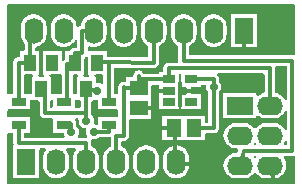
<source format=gtl>
G04 --- HEADER BEGIN --- *
%TF.GenerationSoftware,LibrePCB,LibrePCB,0.1.3*%
%TF.CreationDate,2020-05-07T14:01:11*%
%TF.ProjectId,SprigFTDI - default,c1b4763c-5183-4b8f-a850-9e664554c68f,v1*%
%TF.Part,Single*%
%FSLAX66Y66*%
%MOMM*%
G01*
G74*
G04 --- HEADER END --- *
G04 --- APERTURE LIST BEGIN --- *
%ADD10O,1.587X2.19*%
%ADD11R,1.587X2.19*%
%ADD12R,1.0X1.4*%
%ADD13R,1.5X1.3*%
%ADD14R,1.25X0.75*%
%ADD15R,1.3X1.5*%
%ADD16R,1.06X0.65*%
%ADD17O,2.19X1.587*%
%ADD18R,2.19X1.587*%
%ADD19C,0.7*%
%ADD20C,0.3*%
%ADD21C,0.0*%
G04 --- APERTURE LIST END --- *
G04 --- BOARD BEGIN --- *
D10*
X2540000Y13335000D03*
X10160000Y13335000D03*
X7620000Y13335000D03*
D11*
X20320000Y13335000D03*
D10*
X17780000Y13335000D03*
X5080000Y13335000D03*
X15240000Y13335000D03*
X12700000Y13335000D03*
D12*
X2225000Y10625000D03*
X3175000Y8425000D03*
X4125000Y10625000D03*
D13*
X11430000Y8470000D03*
X11430000Y6770000D03*
D14*
X5080000Y7325000D03*
X5080000Y5375000D03*
D15*
X16090000Y5080000D03*
X14390000Y5080000D03*
D16*
X13972500Y7305000D03*
X15872500Y7305000D03*
X13972500Y8255000D03*
X15872500Y9205000D03*
X13972500Y9205000D03*
D14*
X8890000Y7325000D03*
X8890000Y5375000D03*
D12*
X6035000Y10625000D03*
X6985000Y8425000D03*
X7935000Y10625000D03*
D17*
X20002500Y1905000D03*
D18*
X20002500Y6985000D03*
D17*
X22542500Y4445000D03*
X22542500Y1905000D03*
X22542500Y6985000D03*
X20002500Y4445000D03*
D14*
X1270000Y7325000D03*
X1270000Y5375000D03*
D10*
X14605000Y2222500D03*
X9525000Y2222500D03*
X12065000Y2222500D03*
D11*
X1905000Y2222500D03*
D10*
X6985000Y2222500D03*
X4445000Y2222500D03*
D19*
X15240000Y8255000D03*
X7620000Y4762500D03*
X5715000Y4762500D03*
X17780000Y8572500D03*
X6985000Y5715000D03*
X7937500Y8255000D03*
D20*
X2540000Y13335000D02*
X2222500Y13335000D01*
X2225000Y10625000D02*
X1270000Y10625000D01*
X1270000Y7325000D02*
X1270000Y10625000D01*
X2225000Y10625000D02*
X2222500Y13335000D01*
X13017500Y6770000D02*
X13017500Y8255000D01*
X14390000Y5080000D02*
X13017500Y5080000D01*
X14605000Y2222500D02*
X14390000Y5080000D01*
X13972500Y8255000D02*
X13970000Y8255000D01*
X14605000Y2222500D02*
X16510000Y1905000D01*
X13017500Y8255000D02*
X14287500Y8255000D01*
X11430000Y6770000D02*
X13017500Y6770000D01*
X13017500Y5080000D02*
X13017500Y6770000D01*
X14287500Y8255000D02*
X13970000Y8255000D01*
X8890000Y10636250D02*
X7935000Y10625000D01*
X8890000Y7325000D02*
X8890000Y10636250D01*
X8890000Y10636250D02*
X12700000Y10625000D01*
X12700000Y13335000D02*
X12700000Y10625000D01*
X15240000Y8255000D02*
X14922500Y8255000D01*
X15240000Y8255000D02*
X14922500Y8255000D01*
X15240000Y8255000D02*
X16192500Y8255000D01*
X14922500Y8255000D02*
X14922500Y6985000D01*
X14922500Y8255000D02*
X14922500Y8890000D01*
X8890000Y4762500D02*
X7620000Y4762500D01*
X8890000Y5375000D02*
X8890000Y4762500D01*
X5080000Y5375000D02*
X5715000Y5397500D01*
X5715000Y4762500D02*
X5715000Y5397500D01*
X6985000Y6350000D02*
X6985000Y5715000D01*
X15872500Y9205000D02*
X17780000Y9205000D01*
X17780000Y5080000D02*
X15875000Y5080000D01*
X17780000Y5080000D02*
X17780000Y8572500D01*
X6985000Y8425000D02*
X6985000Y6350000D01*
X3492500Y8425000D02*
X3492500Y6350000D01*
X3175000Y8425000D02*
X3492500Y8425000D01*
X17780000Y9205000D02*
X17780000Y9207500D01*
X17780000Y9207500D02*
X17780000Y8572500D01*
X7937500Y8255000D02*
X6985000Y8425000D01*
X3492500Y6350000D02*
X6985000Y6350000D01*
X16090000Y5080000D02*
X15875000Y5080000D01*
X20320000Y13335000D02*
X20320000Y11747500D01*
X22542500Y1905000D02*
X22860000Y635000D01*
X1270000Y3810000D02*
X6985000Y3810000D01*
X1270000Y5375000D02*
X1270000Y3810000D01*
X6985000Y2222500D02*
X6985000Y3810000D01*
X20320000Y3175000D02*
X20002500Y1905000D01*
X24447500Y10795000D02*
X24447500Y3175000D01*
X15240000Y13335000D02*
X15240000Y10795000D01*
X24447500Y3175000D02*
X20320000Y3175000D01*
X15240000Y10795000D02*
X24447500Y10795000D01*
X7620000Y13335000D02*
X6667500Y13335000D01*
X5080000Y7325000D02*
X5397500Y7325000D01*
X5397500Y7325000D02*
X5397500Y10477500D01*
X6032500Y10477500D02*
X6035000Y10625000D01*
X5397500Y10477500D02*
X6032500Y10477500D01*
X6035000Y10625000D02*
X6032500Y11430000D01*
X6667500Y13335000D02*
X6667500Y11430000D01*
X6667500Y11430000D02*
X6032500Y11430000D01*
X10160000Y8470000D02*
X10160000Y8572500D01*
X13970000Y10160000D02*
X13972500Y9205000D01*
X13337500Y9207500D02*
X11430000Y9207500D01*
X11430000Y8470000D02*
X10160000Y8470000D01*
X9525000Y2222500D02*
X9525000Y4445000D01*
X10160000Y8255000D02*
X10160000Y4445000D01*
X10160000Y4445000D02*
X9525000Y4445000D01*
X22542500Y10160000D02*
X13970000Y10160000D01*
X11430000Y9207500D02*
X11430000Y8470000D01*
X13972500Y9205000D02*
X13335000Y9205000D01*
X13335000Y9205000D02*
X13337500Y9207500D01*
X10160000Y8470000D02*
X10160000Y8255000D01*
X22542500Y6985000D02*
X22542500Y10160000D01*
X11430000Y9207500D02*
X11430000Y9525000D01*
D21*
G36*
X779327Y8019500D02*
X820000Y8100000D01*
X820000Y10621430D01*
X820508Y10628535D01*
X823562Y10649775D01*
X824580Y10664006D01*
X824580Y10681888D01*
X826595Y10695903D01*
X831633Y10713060D01*
X834666Y10727003D01*
X837210Y10744699D01*
X841200Y10758288D01*
X848627Y10774552D01*
X853612Y10787916D01*
X858650Y10805071D01*
X864534Y10817957D01*
X874195Y10832989D01*
X881034Y10845513D01*
X888465Y10861785D01*
X896119Y10873695D01*
X907828Y10887208D01*
X916378Y10898628D01*
X926046Y10913672D01*
X935314Y10924367D01*
X948828Y10936076D01*
X958923Y10946171D01*
X970632Y10959685D01*
X981327Y10968953D01*
X996371Y10978621D01*
X1007791Y10987171D01*
X1021304Y10998880D01*
X1033214Y11006534D01*
X1049486Y11013965D01*
X1062010Y11020804D01*
X1077042Y11030465D01*
X1089928Y11036349D01*
X1107083Y11041387D01*
X1120447Y11046372D01*
X1136715Y11053801D01*
X1150295Y11057788D01*
X1167998Y11060334D01*
X1181935Y11063366D01*
X1199098Y11068405D01*
X1213107Y11070419D01*
X1230988Y11070419D01*
X1245220Y11071437D01*
X1266466Y11074492D01*
X1273570Y11075000D01*
X1325000Y11075000D01*
X1384327Y11094500D01*
X1425000Y11175000D01*
X1425000Y11608987D01*
X1426566Y11613752D01*
X1448828Y11625000D01*
X1673986Y11625000D01*
X1733313Y11644500D01*
X1773986Y11725092D01*
X1773534Y12214791D01*
X1740900Y12288603D01*
X1735312Y12293697D01*
X1729104Y12300506D01*
X1613071Y12454159D01*
X1608227Y12461982D01*
X1522400Y12634346D01*
X1519078Y12642921D01*
X1466381Y12828130D01*
X1464692Y12837171D01*
X1446714Y13031194D01*
X1446500Y13035811D01*
X1446500Y13634189D01*
X1446714Y13638806D01*
X1464692Y13832828D01*
X1466381Y13841869D01*
X1519078Y14027078D01*
X1522400Y14035653D01*
X1608227Y14208017D01*
X1613071Y14215840D01*
X1729104Y14369493D01*
X1735314Y14376305D01*
X1877598Y14506012D01*
X1884951Y14511566D01*
X2048660Y14612931D01*
X2056894Y14617030D01*
X2236432Y14686584D01*
X2245300Y14689107D01*
X2434560Y14724486D01*
X2443725Y14725335D01*
X2636274Y14725335D01*
X2645439Y14724486D01*
X2834699Y14689107D01*
X2843567Y14686584D01*
X3023105Y14617030D01*
X3031339Y14612931D01*
X3195048Y14511566D01*
X3202401Y14506012D01*
X3344685Y14376305D01*
X3350895Y14369493D01*
X3466928Y14215840D01*
X3471772Y14208017D01*
X3557599Y14035653D01*
X3560921Y14027078D01*
X3613617Y13841871D01*
X3615308Y13832827D01*
X3633286Y13638805D01*
X3633500Y13634189D01*
X3633500Y13035811D01*
X3633286Y13031195D01*
X3615307Y12837172D01*
X3613617Y12828128D01*
X3560921Y12642921D01*
X3557599Y12634346D01*
X3471772Y12461982D01*
X3466928Y12454159D01*
X3350895Y12300506D01*
X3344685Y12293694D01*
X3202401Y12163987D01*
X3195048Y12158433D01*
X3031339Y12057068D01*
X3023105Y12052969D01*
X2843567Y11983415D01*
X2834699Y11980892D01*
X2755478Y11966083D01*
X2700744Y11936014D01*
X2673853Y11867694D01*
X2673985Y11724908D01*
X2693540Y11665598D01*
X2773985Y11625000D01*
X3008987Y11625000D01*
X3013752Y11623434D01*
X3025000Y11601172D01*
X3025000Y9641013D01*
X3023434Y9636248D01*
X2979904Y9614254D01*
X2935745Y9570095D01*
X2926396Y9508349D01*
X2955502Y9453097D01*
X3025000Y9425000D01*
X3325000Y9425000D01*
X3384327Y9444500D01*
X3420517Y9495395D01*
X3419455Y9557836D01*
X3356225Y9620000D01*
X3336248Y9626566D01*
X3325000Y9648828D01*
X3325000Y11608987D01*
X3326566Y11613752D01*
X3348828Y11625000D01*
X4908987Y11625000D01*
X4913752Y11623434D01*
X4925000Y11601172D01*
X4925000Y10880491D01*
X4944500Y10821164D01*
X4995395Y10784974D01*
X5057836Y10786036D01*
X5091529Y10808876D01*
X5092723Y10807498D01*
X5108827Y10821453D01*
X5123871Y10831121D01*
X5135291Y10839671D01*
X5148804Y10851380D01*
X5160716Y10859035D01*
X5176539Y10866261D01*
X5222406Y10908643D01*
X5235000Y10957225D01*
X5235000Y11608987D01*
X5236566Y11613752D01*
X5258828Y11625000D01*
X5569515Y11625000D01*
X5628842Y11644500D01*
X5653808Y11671198D01*
X5657846Y11677524D01*
X5670065Y11691714D01*
X5678415Y11702905D01*
X5688550Y11718677D01*
X5697816Y11729371D01*
X5710701Y11740536D01*
X5720991Y11750858D01*
X5732093Y11763750D01*
X5742759Y11773051D01*
X5758477Y11783221D01*
X5769640Y11791605D01*
X5783802Y11803877D01*
X5795717Y11811534D01*
X5811218Y11818613D01*
X5824003Y11825620D01*
X5838289Y11834864D01*
X5851151Y11840786D01*
X5869092Y11846115D01*
X5882160Y11851012D01*
X5899214Y11858800D01*
X5912799Y11862789D01*
X5929666Y11865214D01*
X5943903Y11868334D01*
X5960221Y11873180D01*
X5974223Y11875238D01*
X5992944Y11875296D01*
X6006868Y11876314D01*
X6028969Y11879492D01*
X6036070Y11880000D01*
X6117500Y11880000D01*
X6176827Y11899500D01*
X6217500Y11980000D01*
X6217500Y12449967D01*
X6198000Y12509294D01*
X6147105Y12545484D01*
X6084664Y12544422D01*
X6027984Y12494541D01*
X6011772Y12461982D01*
X6006928Y12454159D01*
X5890895Y12300506D01*
X5884685Y12293694D01*
X5742401Y12163987D01*
X5735048Y12158433D01*
X5571339Y12057068D01*
X5563105Y12052969D01*
X5383567Y11983415D01*
X5374699Y11980892D01*
X5185439Y11945513D01*
X5176274Y11944664D01*
X4983725Y11944664D01*
X4974560Y11945513D01*
X4785300Y11980892D01*
X4776432Y11983415D01*
X4596894Y12052969D01*
X4588660Y12057068D01*
X4424951Y12158433D01*
X4417598Y12163987D01*
X4275314Y12293694D01*
X4269104Y12300506D01*
X4153071Y12454159D01*
X4148227Y12461982D01*
X4062400Y12634346D01*
X4059078Y12642921D01*
X4006381Y12828130D01*
X4004692Y12837171D01*
X3986714Y13031194D01*
X3986500Y13035811D01*
X3986500Y13634189D01*
X3986714Y13638806D01*
X4004692Y13832828D01*
X4006381Y13841869D01*
X4059078Y14027078D01*
X4062400Y14035653D01*
X4148227Y14208017D01*
X4153071Y14215840D01*
X4269104Y14369493D01*
X4275314Y14376305D01*
X4417598Y14506012D01*
X4424951Y14511566D01*
X4588660Y14612931D01*
X4596894Y14617030D01*
X4776432Y14686584D01*
X4785300Y14689107D01*
X4974560Y14724486D01*
X4983725Y14725335D01*
X5176274Y14725335D01*
X5185439Y14724486D01*
X5374699Y14689107D01*
X5383567Y14686584D01*
X5563105Y14617030D01*
X5571339Y14612931D01*
X5735048Y14511566D01*
X5742401Y14506012D01*
X5884685Y14376305D01*
X5890895Y14369493D01*
X6006928Y14215840D01*
X6011772Y14208017D01*
X6097599Y14035653D01*
X6100921Y14027078D01*
X6153617Y13841871D01*
X6155308Y13832827D01*
X6167565Y13700551D01*
X6192456Y13643276D01*
X6246473Y13611937D01*
X6332620Y13634200D01*
X6346327Y13646076D01*
X6356423Y13656171D01*
X6368132Y13669685D01*
X6378827Y13678953D01*
X6393871Y13688621D01*
X6405291Y13697171D01*
X6418804Y13708880D01*
X6430714Y13716534D01*
X6446986Y13723965D01*
X6459510Y13730804D01*
X6474546Y13740467D01*
X6486170Y13745776D01*
X6532035Y13788161D01*
X6544199Y13827512D01*
X6544692Y13832828D01*
X6546381Y13841869D01*
X6599078Y14027078D01*
X6602400Y14035653D01*
X6688227Y14208017D01*
X6693071Y14215840D01*
X6809104Y14369493D01*
X6815314Y14376305D01*
X6957598Y14506012D01*
X6964951Y14511566D01*
X7128660Y14612931D01*
X7136894Y14617030D01*
X7316432Y14686584D01*
X7325300Y14689107D01*
X7514560Y14724486D01*
X7523725Y14725335D01*
X7716274Y14725335D01*
X7725439Y14724486D01*
X7914699Y14689107D01*
X7923567Y14686584D01*
X8103105Y14617030D01*
X8111339Y14612931D01*
X8275048Y14511566D01*
X8282401Y14506012D01*
X8424685Y14376305D01*
X8430895Y14369493D01*
X8546928Y14215840D01*
X8551772Y14208017D01*
X8637599Y14035653D01*
X8640921Y14027078D01*
X8693617Y13841871D01*
X8695308Y13832827D01*
X8713286Y13638805D01*
X8713500Y13634189D01*
X8713500Y13035811D01*
X8713286Y13031195D01*
X8695307Y12837172D01*
X8693617Y12828128D01*
X8640921Y12642921D01*
X8637599Y12634346D01*
X8551772Y12461982D01*
X8546928Y12454159D01*
X8430895Y12300506D01*
X8424685Y12293694D01*
X8282401Y12163987D01*
X8275048Y12158433D01*
X8111339Y12057068D01*
X8103105Y12052969D01*
X7923567Y11983415D01*
X7914699Y11980892D01*
X7725439Y11945513D01*
X7716274Y11944664D01*
X7523725Y11944664D01*
X7514560Y11945513D01*
X7325300Y11980892D01*
X7316432Y11983416D01*
X7253624Y12007747D01*
X7191258Y12010995D01*
X7139127Y11976610D01*
X7117500Y11914500D01*
X7117500Y11725000D01*
X7137000Y11665673D01*
X7217500Y11625000D01*
X8718987Y11625000D01*
X8723752Y11623434D01*
X8735000Y11601172D01*
X8735000Y11185640D01*
X8754500Y11126313D01*
X8836177Y11085647D01*
X8881125Y11086176D01*
X8881592Y11086148D01*
X8894421Y11086204D01*
X8894908Y11086237D01*
X10063725Y11082785D01*
X10063725Y11944664D01*
X10054560Y11945513D01*
X9865300Y11980892D01*
X9856432Y11983415D01*
X9676894Y12052969D01*
X9668660Y12057068D01*
X9504951Y12158433D01*
X9497598Y12163987D01*
X9355314Y12293694D01*
X9349104Y12300506D01*
X9233071Y12454159D01*
X9228227Y12461982D01*
X9142400Y12634346D01*
X9139078Y12642921D01*
X9086381Y12828130D01*
X9084692Y12837171D01*
X9066714Y13031194D01*
X9066500Y13035811D01*
X9066500Y13634189D01*
X9066714Y13638806D01*
X9084692Y13832828D01*
X9086381Y13841869D01*
X9139078Y14027078D01*
X9142400Y14035653D01*
X9228227Y14208017D01*
X9233071Y14215840D01*
X9349104Y14369493D01*
X9355314Y14376305D01*
X9497598Y14506012D01*
X9504951Y14511566D01*
X9668660Y14612931D01*
X9676894Y14617030D01*
X9856432Y14686584D01*
X9865300Y14689107D01*
X10054560Y14724486D01*
X10063725Y14725335D01*
X10256274Y14725335D01*
X10265439Y14724486D01*
X10454699Y14689107D01*
X10463567Y14686584D01*
X10643105Y14617030D01*
X10651339Y14612931D01*
X10815048Y14511566D01*
X10822401Y14506012D01*
X10964685Y14376305D01*
X10970895Y14369493D01*
X11086928Y14215840D01*
X11091772Y14208017D01*
X11177599Y14035653D01*
X11180921Y14027078D01*
X11233617Y13841871D01*
X11235308Y13832827D01*
X11253286Y13638805D01*
X11253500Y13634189D01*
X11253500Y13035811D01*
X11253286Y13031195D01*
X11235307Y12837172D01*
X11233617Y12828128D01*
X11180921Y12642921D01*
X11177599Y12634346D01*
X11091772Y12461982D01*
X11086928Y12454159D01*
X10970895Y12300506D01*
X10964685Y12293694D01*
X10822401Y12163987D01*
X10815048Y12158433D01*
X10651339Y12057068D01*
X10643105Y12052969D01*
X10463567Y11983415D01*
X10454699Y11980892D01*
X10265439Y11945513D01*
X10256274Y11944664D01*
X10063725Y11944664D01*
X10063725Y11082785D01*
X12149705Y11076627D01*
X12209090Y11095952D01*
X12250000Y11176627D01*
X12250000Y11975771D01*
X12230500Y12035098D01*
X12202644Y12060792D01*
X12044958Y12158428D01*
X12037598Y12163987D01*
X11895314Y12293694D01*
X11889104Y12300506D01*
X11773071Y12454159D01*
X11768227Y12461982D01*
X11682400Y12634346D01*
X11679078Y12642921D01*
X11626381Y12828130D01*
X11624692Y12837171D01*
X11606714Y13031194D01*
X11606500Y13035811D01*
X11606500Y13634189D01*
X11606714Y13638806D01*
X11624692Y13832828D01*
X11626381Y13841869D01*
X11679078Y14027078D01*
X11682400Y14035653D01*
X11768227Y14208017D01*
X11773071Y14215840D01*
X11889104Y14369493D01*
X11895314Y14376305D01*
X12037598Y14506012D01*
X12044951Y14511566D01*
X12208660Y14612931D01*
X12216894Y14617030D01*
X12396432Y14686584D01*
X12405300Y14689107D01*
X12594560Y14724486D01*
X12603725Y14725335D01*
X12796274Y14725335D01*
X12805439Y14724486D01*
X12994699Y14689107D01*
X13003567Y14686584D01*
X13183105Y14617030D01*
X13191339Y14612931D01*
X13355048Y14511566D01*
X13362401Y14506012D01*
X13504685Y14376305D01*
X13510895Y14369493D01*
X13626928Y14215840D01*
X13631772Y14208017D01*
X13717599Y14035653D01*
X13720921Y14027078D01*
X13773617Y13841871D01*
X13775308Y13832827D01*
X13793286Y13638805D01*
X13793500Y13634189D01*
X13793500Y13035811D01*
X13793286Y13031195D01*
X13775307Y12837172D01*
X13773617Y12828128D01*
X13720921Y12642921D01*
X13717599Y12634346D01*
X13631772Y12461982D01*
X13626928Y12454159D01*
X13510895Y12300506D01*
X13504685Y12293694D01*
X13362401Y12163987D01*
X13355044Y12158430D01*
X13197357Y12060794D01*
X13157181Y12012982D01*
X13150000Y11975772D01*
X13150000Y10628570D01*
X13149492Y10621468D01*
X13146321Y10599415D01*
X13145303Y10585476D01*
X13145248Y10566792D01*
X13143191Y10552785D01*
X13138336Y10536428D01*
X13135219Y10522202D01*
X13132789Y10505300D01*
X13128801Y10491717D01*
X13121031Y10474703D01*
X13116129Y10461619D01*
X13110812Y10443707D01*
X13104894Y10430849D01*
X13095628Y10416523D01*
X13088631Y10403755D01*
X13081533Y10388212D01*
X13073882Y10376308D01*
X13061636Y10362175D01*
X13053246Y10351001D01*
X13043102Y10335319D01*
X13033793Y10324640D01*
X13020867Y10313506D01*
X13010557Y10303227D01*
X12999368Y10290314D01*
X12988670Y10281045D01*
X12972942Y10270937D01*
X12961742Y10262579D01*
X12947587Y10250386D01*
X12935654Y10242767D01*
X12920107Y10235723D01*
X12907314Y10228762D01*
X12892950Y10219530D01*
X12880074Y10213650D01*
X12862134Y10208382D01*
X12849036Y10203519D01*
X12832015Y10195807D01*
X12818414Y10191856D01*
X12801514Y10189477D01*
X12787286Y10186404D01*
X12770904Y10181594D01*
X12756892Y10179580D01*
X12738198Y10179580D01*
X12724259Y10178604D01*
X12702206Y10175500D01*
X12695100Y10175013D01*
X9440295Y10184623D01*
X9380910Y10165298D01*
X9340000Y10084623D01*
X9340000Y8100000D01*
X9359500Y8040673D01*
X9440000Y8000000D01*
X9610000Y8000000D01*
X9669327Y8019500D01*
X9710000Y8100000D01*
X9710000Y8568930D01*
X9710508Y8576035D01*
X9727210Y8692200D01*
X9731199Y8705785D01*
X9778463Y8809281D01*
X9786119Y8821194D01*
X9860627Y8907181D01*
X9871331Y8916455D01*
X9967046Y8977967D01*
X9979925Y8983849D01*
X10089093Y9015903D01*
X10103111Y9017919D01*
X10216888Y9017919D01*
X10230903Y9015904D01*
X10251826Y9009760D01*
X10314244Y9011755D01*
X10363307Y9050392D01*
X10380000Y9105709D01*
X10380000Y9403987D01*
X10381566Y9408752D01*
X10403828Y9420000D01*
X10880000Y9420000D01*
X10939327Y9439500D01*
X10978950Y9517922D01*
X10979745Y9517865D01*
X10979881Y9519764D01*
X10980000Y9520000D01*
X10980000Y9521430D01*
X10980508Y9528535D01*
X10997210Y9644700D01*
X11001199Y9658285D01*
X11048463Y9761781D01*
X11056119Y9773694D01*
X11130627Y9859681D01*
X11141331Y9868955D01*
X11237046Y9930467D01*
X11249925Y9936349D01*
X11359093Y9968403D01*
X11373111Y9970419D01*
X11486888Y9970419D01*
X11500906Y9968403D01*
X11610074Y9936349D01*
X11622953Y9930467D01*
X11718668Y9868955D01*
X11729372Y9859681D01*
X11803880Y9773694D01*
X11811536Y9761781D01*
X11832461Y9715960D01*
X11874844Y9670094D01*
X11923425Y9657500D01*
X13042500Y9657500D01*
X13101827Y9677000D01*
X13142500Y9757500D01*
X13142500Y9813987D01*
X13144066Y9818752D01*
X13166328Y9830000D01*
X13420600Y9830000D01*
X13479927Y9849500D01*
X13520600Y9930262D01*
X13520011Y10155257D01*
X13520500Y10162353D01*
X13523599Y10184313D01*
X13524580Y10198285D01*
X13524580Y10216888D01*
X13526595Y10230904D01*
X13531432Y10247377D01*
X13534501Y10261574D01*
X13536899Y10278563D01*
X13540853Y10292162D01*
X13548529Y10309088D01*
X13553406Y10322216D01*
X13558649Y10340071D01*
X13564531Y10352951D01*
X13573815Y10367397D01*
X13580761Y10380158D01*
X13587848Y10395784D01*
X13595469Y10407713D01*
X13607607Y10421795D01*
X13615984Y10433016D01*
X13626045Y10448670D01*
X13635316Y10459370D01*
X13648294Y10470615D01*
X13658554Y10480902D01*
X13669753Y10493895D01*
X13680430Y10503197D01*
X13696042Y10513287D01*
X13707246Y10521697D01*
X13721306Y10533880D01*
X13733215Y10541534D01*
X13748831Y10548665D01*
X13761576Y10555646D01*
X13775986Y10564960D01*
X13788847Y10570874D01*
X13806676Y10576160D01*
X13819792Y10581071D01*
X13836719Y10588801D01*
X13850299Y10592789D01*
X13867296Y10595233D01*
X13881484Y10598339D01*
X13897937Y10603217D01*
X13911942Y10605268D01*
X13930539Y10605317D01*
X13944505Y10606335D01*
X13966462Y10609492D01*
X13973570Y10610000D01*
X14697594Y10610000D01*
X14756921Y10629500D01*
X14793111Y10680395D01*
X14796576Y10724235D01*
X14794580Y10738114D01*
X14794580Y10755994D01*
X14793562Y10770225D01*
X14790508Y10791465D01*
X14790000Y10798567D01*
X14790000Y11975771D01*
X14770500Y12035098D01*
X14742644Y12060792D01*
X14584958Y12158428D01*
X14577598Y12163987D01*
X14435314Y12293694D01*
X14429104Y12300506D01*
X14313071Y12454159D01*
X14308227Y12461982D01*
X14222400Y12634346D01*
X14219078Y12642921D01*
X14166381Y12828130D01*
X14164692Y12837171D01*
X14146714Y13031194D01*
X14146500Y13035811D01*
X14146500Y13634189D01*
X14146714Y13638806D01*
X14164692Y13832828D01*
X14166381Y13841869D01*
X14219078Y14027078D01*
X14222400Y14035653D01*
X14308227Y14208017D01*
X14313071Y14215840D01*
X14429104Y14369493D01*
X14435314Y14376305D01*
X14577598Y14506012D01*
X14584951Y14511566D01*
X14748660Y14612931D01*
X14756894Y14617030D01*
X14936432Y14686584D01*
X14945300Y14689107D01*
X15134560Y14724486D01*
X15143725Y14725335D01*
X15336274Y14725335D01*
X15345439Y14724486D01*
X15534699Y14689107D01*
X15543567Y14686584D01*
X15723105Y14617030D01*
X15731339Y14612931D01*
X15895048Y14511566D01*
X15902401Y14506012D01*
X16044685Y14376305D01*
X16050895Y14369493D01*
X16166928Y14215840D01*
X16171772Y14208017D01*
X16257599Y14035653D01*
X16260921Y14027078D01*
X16313617Y13841871D01*
X16315308Y13832827D01*
X16333286Y13638805D01*
X16333500Y13634189D01*
X16333500Y13035811D01*
X16333286Y13031195D01*
X16315307Y12837172D01*
X16313617Y12828128D01*
X16260921Y12642921D01*
X16257599Y12634346D01*
X16171772Y12461982D01*
X16166928Y12454159D01*
X16050895Y12300506D01*
X16044685Y12293694D01*
X15902401Y12163987D01*
X15895044Y12158430D01*
X15737357Y12060794D01*
X15697181Y12012982D01*
X15690000Y11975772D01*
X15690000Y11345000D01*
X15709500Y11285673D01*
X15790000Y11245000D01*
X17683725Y11245000D01*
X17683725Y11944664D01*
X17674560Y11945513D01*
X17485300Y11980892D01*
X17476432Y11983415D01*
X17296894Y12052969D01*
X17288660Y12057068D01*
X17124951Y12158433D01*
X17117598Y12163987D01*
X16975314Y12293694D01*
X16969104Y12300506D01*
X16853071Y12454159D01*
X16848227Y12461982D01*
X16762400Y12634346D01*
X16759078Y12642921D01*
X16706381Y12828130D01*
X16704692Y12837171D01*
X16686714Y13031194D01*
X16686500Y13035811D01*
X16686500Y13634189D01*
X16686714Y13638806D01*
X16704692Y13832828D01*
X16706381Y13841869D01*
X16759078Y14027078D01*
X16762400Y14035653D01*
X16848227Y14208017D01*
X16853071Y14215840D01*
X16969104Y14369493D01*
X16975314Y14376305D01*
X17117598Y14506012D01*
X17124951Y14511566D01*
X17288660Y14612931D01*
X17296894Y14617030D01*
X17476432Y14686584D01*
X17485300Y14689107D01*
X17674560Y14724486D01*
X17683725Y14725335D01*
X17876274Y14725335D01*
X17885439Y14724486D01*
X18074699Y14689107D01*
X18083567Y14686584D01*
X18263105Y14617030D01*
X18271339Y14612931D01*
X18435048Y14511566D01*
X18442401Y14506012D01*
X18584685Y14376305D01*
X18590895Y14369493D01*
X18706928Y14215840D01*
X18711772Y14208017D01*
X18797599Y14035653D01*
X18800921Y14027078D01*
X18853617Y13841871D01*
X18855308Y13832827D01*
X18873286Y13638805D01*
X18873500Y13634189D01*
X18873500Y13035811D01*
X18873286Y13031195D01*
X18855307Y12837172D01*
X18853617Y12828128D01*
X18800921Y12642921D01*
X18797599Y12634346D01*
X18711772Y12461982D01*
X18706928Y12454159D01*
X18590895Y12300506D01*
X18584685Y12293694D01*
X18442401Y12163987D01*
X18435048Y12158433D01*
X18271339Y12057068D01*
X18263105Y12052969D01*
X18083567Y11983415D01*
X18074699Y11980892D01*
X17885439Y11945513D01*
X17876274Y11944664D01*
X17683725Y11944664D01*
X17683725Y11245000D01*
X19242513Y11245000D01*
X19242513Y11940000D01*
X19237748Y11941566D01*
X19226500Y11963828D01*
X19226500Y14713987D01*
X19228066Y14718752D01*
X19250328Y14730000D01*
X21397487Y14730000D01*
X21402252Y14728434D01*
X21413500Y14706172D01*
X21413500Y11956013D01*
X21411934Y11951248D01*
X21389672Y11940000D01*
X19242513Y11940000D01*
X19242513Y11245000D01*
X24443930Y11245000D01*
X24451034Y11244492D01*
X24472280Y11241437D01*
X24486512Y11240419D01*
X24504392Y11240419D01*
X24518401Y11238405D01*
X24535564Y11233366D01*
X24549501Y11230334D01*
X24567200Y11227789D01*
X24571828Y11226430D01*
X24634246Y11228427D01*
X24683308Y11267065D01*
X24700000Y11322380D01*
X24700000Y15475000D01*
X24680500Y15534327D01*
X24600000Y15575000D01*
X400000Y15575000D01*
X340673Y15555500D01*
X300000Y15475000D01*
X300000Y8100000D01*
X319500Y8040673D01*
X400000Y8000000D01*
X720000Y8000000D01*
X779327Y8019500D01*
G37*
G36*
X7194327Y9444500D02*
X7230517Y9495395D01*
X7229455Y9557836D01*
X7166225Y9620000D01*
X7146248Y9626566D01*
X7135000Y9648828D01*
X7135000Y11022033D01*
X7115500Y11081360D01*
X7064605Y11117550D01*
X7002164Y11116488D01*
X6969512Y11097606D01*
X6956172Y11086046D01*
X6941128Y11076378D01*
X6929708Y11067828D01*
X6916195Y11056119D01*
X6904284Y11048464D01*
X6893458Y11043520D01*
X6847593Y11001136D01*
X6835000Y10952557D01*
X6835000Y9641013D01*
X6833434Y9636248D01*
X6789904Y9614254D01*
X6745745Y9570095D01*
X6736396Y9508349D01*
X6765502Y9453097D01*
X6835000Y9425000D01*
X7135000Y9425000D01*
X7194327Y9444500D01*
G37*
G36*
X23975142Y7478806D02*
X23997500Y7541827D01*
X23997500Y10245000D01*
X23978000Y10304327D01*
X23897500Y10345000D01*
X23084906Y10345000D01*
X23025579Y10325500D01*
X22989389Y10274605D01*
X22985924Y10230771D01*
X22987919Y10216893D01*
X22987919Y10199012D01*
X22988937Y10184780D01*
X22991992Y10163534D01*
X22992500Y10156430D01*
X22992500Y8150316D01*
X23012000Y8090989D01*
X23065133Y8054134D01*
X23234568Y8005925D01*
X23243153Y8002599D01*
X23415517Y7916772D01*
X23423340Y7911928D01*
X23576993Y7795895D01*
X23583805Y7789685D01*
X23713512Y7647401D01*
X23719066Y7640048D01*
X23812478Y7489183D01*
X23860290Y7449008D01*
X23922613Y7445032D01*
X23975142Y7478806D01*
G37*
G36*
X24659327Y319500D02*
X24700000Y400000D01*
X24700000Y2647619D01*
X24680500Y2706946D01*
X24629605Y2743136D01*
X24571833Y2743570D01*
X24567202Y2742211D01*
X24549503Y2739666D01*
X24535560Y2736633D01*
X24518403Y2731595D01*
X24504388Y2729580D01*
X24486506Y2729580D01*
X24472275Y2728562D01*
X24451035Y2725508D01*
X24443930Y2725000D01*
X23795327Y2725000D01*
X23736000Y2705500D01*
X23699810Y2654605D01*
X23715529Y2564732D01*
X23719061Y2560055D01*
X23820431Y2396339D01*
X23824530Y2388105D01*
X23894084Y2208567D01*
X23896607Y2199699D01*
X23931986Y2010439D01*
X23932835Y2001274D01*
X23932835Y1808725D01*
X23931986Y1799560D01*
X23896607Y1610300D01*
X23894084Y1601432D01*
X23824530Y1421894D01*
X23820431Y1413660D01*
X23719066Y1249951D01*
X23713512Y1242598D01*
X23583805Y1100314D01*
X23576993Y1094104D01*
X23423340Y978071D01*
X23415517Y973227D01*
X23243153Y887400D01*
X23234578Y884078D01*
X23049369Y831381D01*
X23040328Y829692D01*
X22846306Y811714D01*
X22841689Y811500D01*
X22243311Y811500D01*
X22238694Y811714D01*
X22044671Y829692D01*
X22035630Y831381D01*
X21850421Y884078D01*
X21841846Y887400D01*
X21669482Y973227D01*
X21661659Y978071D01*
X21508006Y1094104D01*
X21501194Y1100314D01*
X21371487Y1242598D01*
X21365930Y1249956D01*
X21357520Y1263538D01*
X21309708Y1303714D01*
X21247385Y1307689D01*
X21187477Y1263536D01*
X21179065Y1249950D01*
X21173516Y1242602D01*
X21043805Y1100314D01*
X21036993Y1094104D01*
X20883340Y978071D01*
X20875517Y973227D01*
X20703153Y887400D01*
X20694578Y884078D01*
X20509369Y831381D01*
X20500328Y829692D01*
X20306306Y811714D01*
X20301689Y811500D01*
X19703311Y811500D01*
X19698694Y811714D01*
X19504671Y829692D01*
X19495630Y831381D01*
X19310421Y884078D01*
X19301846Y887400D01*
X19129482Y973227D01*
X19121659Y978071D01*
X18968006Y1094104D01*
X18961194Y1100314D01*
X18831487Y1242598D01*
X18825933Y1249951D01*
X18724568Y1413660D01*
X18720469Y1421894D01*
X18650915Y1601432D01*
X18648392Y1610300D01*
X18613013Y1799560D01*
X18612164Y1808725D01*
X18612164Y2001274D01*
X18613013Y2010439D01*
X18648392Y2199699D01*
X18650915Y2208567D01*
X18720469Y2388105D01*
X18724568Y2396339D01*
X18825933Y2560048D01*
X18831487Y2567401D01*
X18961194Y2709685D01*
X18968006Y2715895D01*
X19121659Y2831928D01*
X19129482Y2836772D01*
X19301846Y2922599D01*
X19310421Y2925921D01*
X19495628Y2978617D01*
X19504672Y2980307D01*
X19698695Y2998286D01*
X19703311Y2998500D01*
X19733949Y2998500D01*
X19793276Y3018000D01*
X19830963Y3074246D01*
X19869213Y3227246D01*
X19864684Y3289532D01*
X19824086Y3336985D01*
X19772199Y3351500D01*
X19703311Y3351500D01*
X19698694Y3351714D01*
X19504671Y3369692D01*
X19495630Y3371381D01*
X19310421Y3424078D01*
X19301846Y3427400D01*
X19129482Y3513227D01*
X19121659Y3518071D01*
X18968006Y3634104D01*
X18961194Y3640314D01*
X18831487Y3782598D01*
X18825933Y3789951D01*
X18724568Y3953660D01*
X18720469Y3961894D01*
X18650915Y4141432D01*
X18648392Y4150300D01*
X18613013Y4339560D01*
X18612164Y4348725D01*
X18612164Y4541274D01*
X18613013Y4550439D01*
X18648392Y4739699D01*
X18650915Y4748567D01*
X18720469Y4928105D01*
X18724568Y4936339D01*
X18825933Y5100048D01*
X18831487Y5107401D01*
X18961194Y5249685D01*
X18968006Y5255895D01*
X19121659Y5371928D01*
X19129482Y5376772D01*
X19301846Y5462599D01*
X19310421Y5465921D01*
X19495628Y5518617D01*
X19504672Y5520307D01*
X19698695Y5538286D01*
X19703311Y5538500D01*
X20301689Y5538500D01*
X20306305Y5538286D01*
X20500327Y5520308D01*
X20509371Y5518617D01*
X20694578Y5465921D01*
X20703153Y5462599D01*
X20875517Y5376772D01*
X20883340Y5371928D01*
X21036993Y5255895D01*
X21043805Y5249685D01*
X21173516Y5107397D01*
X21179065Y5100049D01*
X21187477Y5086463D01*
X21235287Y5046286D01*
X21297610Y5042309D01*
X21357520Y5086461D01*
X21365930Y5100043D01*
X21371487Y5107401D01*
X21501194Y5249685D01*
X21508006Y5255895D01*
X21661659Y5371928D01*
X21669482Y5376772D01*
X21841846Y5462599D01*
X21850421Y5465921D01*
X22035628Y5518617D01*
X22044672Y5520307D01*
X22238695Y5538286D01*
X22243311Y5538500D01*
X22841689Y5538500D01*
X22846305Y5538286D01*
X23040327Y5520308D01*
X23049371Y5518617D01*
X23234578Y5465921D01*
X23243153Y5462599D01*
X23415517Y5376772D01*
X23423340Y5371928D01*
X23576993Y5255895D01*
X23583805Y5249685D01*
X23713512Y5107401D01*
X23719066Y5100048D01*
X23812478Y4949183D01*
X23860290Y4909008D01*
X23922613Y4905032D01*
X23975142Y4938806D01*
X23997500Y5001827D01*
X23997500Y6428172D01*
X23978000Y6487499D01*
X23927105Y6523689D01*
X23864664Y6522627D01*
X23812478Y6480816D01*
X23719066Y6329951D01*
X23713512Y6322598D01*
X23583805Y6180314D01*
X23576993Y6174104D01*
X23423340Y6058071D01*
X23415517Y6053227D01*
X23243153Y5967400D01*
X23234578Y5964078D01*
X23049369Y5911381D01*
X23040328Y5909692D01*
X22846306Y5891714D01*
X22841689Y5891500D01*
X22243311Y5891500D01*
X22238694Y5891714D01*
X22044671Y5909692D01*
X22035630Y5911381D01*
X21850421Y5964078D01*
X21841846Y5967400D01*
X21669482Y6053227D01*
X21661665Y6058067D01*
X21557764Y6136530D01*
X21498668Y6156721D01*
X21439117Y6137915D01*
X21397500Y6056728D01*
X21397500Y5907513D01*
X21395934Y5902748D01*
X21373672Y5891500D01*
X18623513Y5891500D01*
X18618748Y5893066D01*
X18607500Y5915328D01*
X18607500Y8062487D01*
X18609066Y8067252D01*
X18631328Y8078500D01*
X21381487Y8078500D01*
X21386252Y8076934D01*
X21397500Y8054672D01*
X21397500Y7913271D01*
X21417000Y7853944D01*
X21467895Y7817754D01*
X21557764Y7833469D01*
X21661665Y7911932D01*
X21669482Y7916772D01*
X21841846Y8002599D01*
X21850431Y8005925D01*
X22019867Y8054134D01*
X22071593Y8089125D01*
X22092500Y8150316D01*
X22092500Y9610000D01*
X22073000Y9669327D01*
X21992500Y9710000D01*
X18152925Y9710000D01*
X18093598Y9690500D01*
X18057408Y9639605D01*
X18058470Y9577164D01*
X18077350Y9544514D01*
X18099774Y9518635D01*
X18109863Y9508546D01*
X18114682Y9504370D01*
X18123954Y9493670D01*
X18127397Y9488312D01*
X18135948Y9476889D01*
X18153878Y9456196D01*
X18161535Y9444281D01*
X18172907Y9419380D01*
X18179746Y9406855D01*
X18185469Y9397950D01*
X18191348Y9385076D01*
X18194330Y9374922D01*
X18199315Y9361556D01*
X18208800Y9340786D01*
X18212789Y9327200D01*
X18216038Y9304601D01*
X18219071Y9290657D01*
X18223404Y9275901D01*
X18225419Y9261888D01*
X18225419Y9246512D01*
X18226437Y9232280D01*
X18229492Y9211034D01*
X18230000Y9203930D01*
X18230000Y9080900D01*
X18260124Y9013958D01*
X18257992Y9012069D01*
X18269966Y8998553D01*
X18352111Y8879546D01*
X18357689Y8868919D01*
X18408970Y8733703D01*
X18411840Y8722057D01*
X18429271Y8578504D01*
X18429271Y8566496D01*
X18411840Y8422942D01*
X18408970Y8411296D01*
X18357689Y8276080D01*
X18352111Y8265453D01*
X18269966Y8146446D01*
X18257992Y8132930D01*
X18260124Y8131041D01*
X18230000Y8064099D01*
X18230000Y5083570D01*
X18229492Y5076466D01*
X18226437Y5055220D01*
X18225419Y5040988D01*
X18225419Y5023107D01*
X18223405Y5009098D01*
X18218366Y4991935D01*
X18215334Y4977998D01*
X18212788Y4960295D01*
X18208801Y4946715D01*
X18201372Y4930447D01*
X18196387Y4917083D01*
X18191349Y4899928D01*
X18185465Y4887042D01*
X18175804Y4872010D01*
X18168965Y4859486D01*
X18161534Y4843214D01*
X18153880Y4831304D01*
X18142171Y4817791D01*
X18133621Y4806371D01*
X18123953Y4791327D01*
X18114685Y4780632D01*
X18101171Y4768923D01*
X18091076Y4758828D01*
X18079367Y4745314D01*
X18068672Y4736046D01*
X18053628Y4726378D01*
X18042208Y4717828D01*
X18028695Y4706119D01*
X18016785Y4698465D01*
X18000513Y4691034D01*
X17987989Y4684195D01*
X17972957Y4674534D01*
X17960071Y4668650D01*
X17942916Y4663612D01*
X17929552Y4658627D01*
X17913288Y4651200D01*
X17899699Y4647210D01*
X17882003Y4644666D01*
X17868060Y4641633D01*
X17850903Y4636595D01*
X17836888Y4634580D01*
X17819006Y4634580D01*
X17804775Y4633562D01*
X17783535Y4630508D01*
X17776430Y4630000D01*
X17140000Y4630000D01*
X17080673Y4610500D01*
X17040000Y4530000D01*
X17040000Y4046013D01*
X17038434Y4041248D01*
X17016172Y4030000D01*
X13456013Y4030000D01*
X13451248Y4031566D01*
X13440000Y4053828D01*
X13440000Y6113987D01*
X13441566Y6118752D01*
X13463828Y6130000D01*
X17023987Y6130000D01*
X17028752Y6128434D01*
X17040000Y6106172D01*
X17040000Y5630000D01*
X17059500Y5570673D01*
X17140000Y5530000D01*
X17230000Y5530000D01*
X17289327Y5549500D01*
X17330000Y5630000D01*
X17330000Y8064099D01*
X17299870Y8131037D01*
X17302007Y8132930D01*
X17290033Y8146446D01*
X17207888Y8265453D01*
X17202310Y8276080D01*
X17151031Y8411290D01*
X17148158Y8422949D01*
X17130729Y8566496D01*
X17130729Y8578504D01*
X17138553Y8642947D01*
X17126346Y8704193D01*
X17080183Y8746253D01*
X17039282Y8755000D01*
X16802500Y8755000D01*
X16743173Y8735500D01*
X16702500Y8655000D01*
X16702500Y8596013D01*
X16700934Y8591248D01*
X16678672Y8580000D01*
X15951726Y8580000D01*
X15892399Y8560500D01*
X15856209Y8509605D01*
X15858224Y8444541D01*
X15868968Y8416210D01*
X15871840Y8404557D01*
X15889271Y8261004D01*
X15889271Y8248996D01*
X15871840Y8105442D01*
X15868969Y8093793D01*
X15858224Y8065460D01*
X15855419Y8003073D01*
X15890174Y7951188D01*
X15951726Y7930000D01*
X16686487Y7930000D01*
X16691252Y7928434D01*
X16702500Y7906172D01*
X16702500Y6696013D01*
X16700934Y6691248D01*
X16678672Y6680000D01*
X15058513Y6680000D01*
X15053748Y6681566D01*
X15042500Y6703828D01*
X15042500Y7569470D01*
X15023000Y7628797D01*
X14988973Y7658015D01*
X14948973Y7679009D01*
X14887379Y7689314D01*
X14831682Y7661068D01*
X14802500Y7590464D01*
X14802500Y6696013D01*
X14800934Y6691248D01*
X14778672Y6680000D01*
X13158513Y6680000D01*
X13153748Y6681566D01*
X13142500Y6703828D01*
X13142500Y8657500D01*
X13123000Y8716827D01*
X13042500Y8757500D01*
X12580000Y8757500D01*
X12520673Y8738000D01*
X12480000Y8657500D01*
X12480000Y5836013D01*
X12478434Y5831248D01*
X12456172Y5820000D01*
X10710000Y5820000D01*
X10650673Y5800500D01*
X10610000Y5720000D01*
X10610000Y4448570D01*
X10609492Y4441466D01*
X10606437Y4420220D01*
X10605419Y4405988D01*
X10605419Y4388107D01*
X10603405Y4374098D01*
X10598366Y4356935D01*
X10595334Y4342998D01*
X10592788Y4325295D01*
X10588801Y4311715D01*
X10581372Y4295447D01*
X10576387Y4282083D01*
X10571349Y4264928D01*
X10565465Y4252042D01*
X10555804Y4237010D01*
X10548965Y4224486D01*
X10541534Y4208214D01*
X10533880Y4196304D01*
X10522171Y4182791D01*
X10513621Y4171371D01*
X10503953Y4156327D01*
X10494685Y4145632D01*
X10481171Y4133923D01*
X10471076Y4123828D01*
X10459367Y4110314D01*
X10448672Y4101046D01*
X10433628Y4091378D01*
X10422208Y4082828D01*
X10408695Y4071119D01*
X10396785Y4063465D01*
X10380513Y4056034D01*
X10367989Y4049195D01*
X10352957Y4039534D01*
X10340071Y4033650D01*
X10322916Y4028612D01*
X10309552Y4023627D01*
X10293288Y4016200D01*
X10279699Y4012210D01*
X10262003Y4009666D01*
X10248060Y4006633D01*
X10230903Y4001595D01*
X10216888Y3999580D01*
X10199006Y3999580D01*
X10184775Y3998562D01*
X10163535Y3995508D01*
X10156430Y3995000D01*
X10075000Y3995000D01*
X10015673Y3975500D01*
X9975000Y3895000D01*
X9975000Y3581727D01*
X9994500Y3522400D01*
X10022357Y3496705D01*
X10180044Y3399069D01*
X10187401Y3393512D01*
X10329685Y3263805D01*
X10335895Y3256993D01*
X10451928Y3103340D01*
X10456772Y3095517D01*
X10542599Y2923153D01*
X10545921Y2914578D01*
X10598617Y2729371D01*
X10600308Y2720327D01*
X10618286Y2526305D01*
X10618500Y2521689D01*
X10618500Y1923311D01*
X10618286Y1918695D01*
X10600307Y1724672D01*
X10598617Y1715628D01*
X10545921Y1530421D01*
X10542599Y1521846D01*
X10456772Y1349482D01*
X10451928Y1341659D01*
X10335895Y1188006D01*
X10329685Y1181194D01*
X10187401Y1051487D01*
X10180048Y1045933D01*
X10016339Y944568D01*
X10008105Y940469D01*
X9828567Y870915D01*
X9819699Y868392D01*
X9630439Y833013D01*
X9621274Y832164D01*
X9428725Y832164D01*
X9419560Y833013D01*
X9230300Y868392D01*
X9221432Y870915D01*
X9041894Y940469D01*
X9033660Y944568D01*
X8869951Y1045933D01*
X8862598Y1051487D01*
X8720314Y1181194D01*
X8714104Y1188006D01*
X8598071Y1341659D01*
X8593227Y1349482D01*
X8507400Y1521846D01*
X8504078Y1530421D01*
X8451381Y1715630D01*
X8449692Y1724671D01*
X8431714Y1918694D01*
X8431500Y1923311D01*
X8431500Y2521689D01*
X8431714Y2526306D01*
X8449692Y2720328D01*
X8451381Y2729369D01*
X8504078Y2914578D01*
X8507400Y2923153D01*
X8593227Y3095517D01*
X8598071Y3103340D01*
X8714104Y3256993D01*
X8720314Y3263805D01*
X8862598Y3393512D01*
X8869958Y3399071D01*
X9027644Y3496707D01*
X9067819Y3544518D01*
X9075000Y3581728D01*
X9075000Y4220094D01*
X9055500Y4279421D01*
X9004605Y4315611D01*
X8960766Y4319076D01*
X8946886Y4317080D01*
X8929006Y4317080D01*
X8914775Y4316062D01*
X8893535Y4313008D01*
X8886430Y4312500D01*
X8123044Y4312500D01*
X8056732Y4287351D01*
X7993774Y4231575D01*
X7983882Y4224747D01*
X7855851Y4157551D01*
X7844615Y4153290D01*
X7704225Y4118688D01*
X7692296Y4117239D01*
X7547703Y4117239D01*
X7535779Y4118687D01*
X7513291Y4124230D01*
X7451021Y4119495D01*
X7403702Y4078741D01*
X7389789Y4017860D01*
X7395294Y3997217D01*
X7394334Y3996935D01*
X7401387Y3972916D01*
X7406372Y3959552D01*
X7413801Y3943284D01*
X7417788Y3929704D01*
X7420334Y3912001D01*
X7423366Y3898064D01*
X7428405Y3880901D01*
X7430419Y3866892D01*
X7430419Y3849012D01*
X7431437Y3834780D01*
X7434492Y3813534D01*
X7435000Y3806430D01*
X7435000Y3581727D01*
X7454500Y3522400D01*
X7482357Y3496705D01*
X7640044Y3399069D01*
X7647401Y3393512D01*
X7789685Y3263805D01*
X7795895Y3256993D01*
X7911928Y3103340D01*
X7916772Y3095517D01*
X8002599Y2923153D01*
X8005921Y2914578D01*
X8058617Y2729371D01*
X8060308Y2720327D01*
X8078286Y2526305D01*
X8078500Y2521689D01*
X8078500Y1923311D01*
X8078286Y1918695D01*
X8060307Y1724672D01*
X8058617Y1715628D01*
X8005921Y1530421D01*
X8002599Y1521846D01*
X7916772Y1349482D01*
X7911928Y1341659D01*
X7795895Y1188006D01*
X7789685Y1181194D01*
X7647401Y1051487D01*
X7640048Y1045933D01*
X7476339Y944568D01*
X7468105Y940469D01*
X7288567Y870915D01*
X7279699Y868392D01*
X7090439Y833013D01*
X7081274Y832164D01*
X6888725Y832164D01*
X6879560Y833013D01*
X6690300Y868392D01*
X6681432Y870915D01*
X6501894Y940469D01*
X6493660Y944568D01*
X6329951Y1045933D01*
X6322598Y1051487D01*
X6180314Y1181194D01*
X6174104Y1188006D01*
X6058071Y1341659D01*
X6053227Y1349482D01*
X5967400Y1521846D01*
X5964078Y1530421D01*
X5911381Y1715630D01*
X5909692Y1724671D01*
X5891714Y1918694D01*
X5891500Y1923311D01*
X5891500Y2521689D01*
X5891714Y2526306D01*
X5909692Y2720328D01*
X5911381Y2729369D01*
X5964078Y2914578D01*
X5967400Y2923153D01*
X6053227Y3095517D01*
X6058071Y3103339D01*
X6130867Y3199737D01*
X6151058Y3258832D01*
X6132252Y3318383D01*
X6051065Y3360000D01*
X5378934Y3360000D01*
X5319607Y3340500D01*
X5283417Y3289605D01*
X5299132Y3199737D01*
X5371928Y3103339D01*
X5376772Y3095517D01*
X5462599Y2923153D01*
X5465921Y2914578D01*
X5518617Y2729371D01*
X5520308Y2720327D01*
X5538286Y2526305D01*
X5538500Y2521689D01*
X5538500Y1923311D01*
X5538286Y1918695D01*
X5520307Y1724672D01*
X5518617Y1715628D01*
X5465921Y1530421D01*
X5462599Y1521846D01*
X5376772Y1349482D01*
X5371928Y1341659D01*
X5255895Y1188006D01*
X5249685Y1181194D01*
X5107401Y1051487D01*
X5100048Y1045933D01*
X4936339Y944568D01*
X4928105Y940469D01*
X4748567Y870915D01*
X4739699Y868392D01*
X4550439Y833013D01*
X4541274Y832164D01*
X4348725Y832164D01*
X4339560Y833013D01*
X4150300Y868392D01*
X4141432Y870915D01*
X3961894Y940469D01*
X3953660Y944568D01*
X3789951Y1045933D01*
X3782598Y1051487D01*
X3640314Y1181194D01*
X3634104Y1188006D01*
X3518071Y1341659D01*
X3513227Y1349482D01*
X3427400Y1521846D01*
X3424078Y1530421D01*
X3371381Y1715630D01*
X3369692Y1724671D01*
X3351714Y1918694D01*
X3351500Y1923311D01*
X3351500Y2521689D01*
X3351714Y2526306D01*
X3369692Y2720328D01*
X3371381Y2729369D01*
X3424078Y2914578D01*
X3427400Y2923153D01*
X3513227Y3095517D01*
X3518071Y3103339D01*
X3590867Y3199737D01*
X3611058Y3258832D01*
X3592252Y3318383D01*
X3511065Y3360000D01*
X3098500Y3360000D01*
X3039173Y3340500D01*
X2998500Y3260000D01*
X2998500Y843513D01*
X2996934Y838748D01*
X2974672Y827500D01*
X827513Y827500D01*
X822748Y829066D01*
X811500Y851328D01*
X811500Y3601487D01*
X820413Y3628605D01*
X826890Y3635081D01*
X836619Y3694410D01*
X834666Y3707995D01*
X831633Y3721939D01*
X826595Y3739096D01*
X824580Y3753111D01*
X824580Y3770994D01*
X823562Y3785225D01*
X820508Y3806465D01*
X820000Y3813570D01*
X820000Y4600000D01*
X800500Y4659327D01*
X720000Y4700000D01*
X400000Y4700000D01*
X340673Y4680500D01*
X300000Y4600000D01*
X300000Y400000D01*
X319500Y340673D01*
X400000Y300000D01*
X11968725Y300000D01*
X11968725Y832164D01*
X11959560Y833013D01*
X11770300Y868392D01*
X11761432Y870915D01*
X11581894Y940469D01*
X11573660Y944568D01*
X11409951Y1045933D01*
X11402598Y1051487D01*
X11260314Y1181194D01*
X11254104Y1188006D01*
X11138071Y1341659D01*
X11133227Y1349482D01*
X11047400Y1521846D01*
X11044078Y1530421D01*
X10991381Y1715630D01*
X10989692Y1724671D01*
X10971714Y1918694D01*
X10971500Y1923311D01*
X10971500Y2521689D01*
X10971714Y2526306D01*
X10989692Y2720328D01*
X10991381Y2729369D01*
X11044078Y2914578D01*
X11047400Y2923153D01*
X11133227Y3095517D01*
X11138071Y3103340D01*
X11254104Y3256993D01*
X11260314Y3263805D01*
X11402598Y3393512D01*
X11409951Y3399066D01*
X11573660Y3500431D01*
X11581894Y3504530D01*
X11761432Y3574084D01*
X11770300Y3576607D01*
X11959560Y3611986D01*
X11968725Y3612835D01*
X12161274Y3612835D01*
X12170439Y3611986D01*
X12359699Y3576607D01*
X12368567Y3574084D01*
X12548105Y3504530D01*
X12556339Y3500431D01*
X12720048Y3399066D01*
X12727401Y3393512D01*
X12869685Y3263805D01*
X12875895Y3256993D01*
X12991928Y3103340D01*
X12996772Y3095517D01*
X13082599Y2923153D01*
X13085921Y2914578D01*
X13138617Y2729371D01*
X13140308Y2720327D01*
X13158286Y2526305D01*
X13158500Y2521689D01*
X13158500Y1923311D01*
X13158286Y1918695D01*
X13140307Y1724672D01*
X13138617Y1715628D01*
X13085921Y1530421D01*
X13082599Y1521846D01*
X12996772Y1349482D01*
X12991928Y1341659D01*
X12875895Y1188006D01*
X12869685Y1181194D01*
X12727401Y1051487D01*
X12720048Y1045933D01*
X12556339Y944568D01*
X12548105Y940469D01*
X12368567Y870915D01*
X12359699Y868392D01*
X12170439Y833013D01*
X12161274Y832164D01*
X11968725Y832164D01*
X11968725Y300000D01*
X14508725Y300000D01*
X14508725Y832164D01*
X14499560Y833013D01*
X14310300Y868392D01*
X14301432Y870915D01*
X14121894Y940469D01*
X14113660Y944568D01*
X13949951Y1045933D01*
X13942598Y1051487D01*
X13800314Y1181194D01*
X13794104Y1188006D01*
X13678071Y1341659D01*
X13673227Y1349482D01*
X13587400Y1521846D01*
X13584078Y1530421D01*
X13531381Y1715630D01*
X13529692Y1724671D01*
X13511714Y1918694D01*
X13511500Y1923311D01*
X13511500Y2521689D01*
X13511714Y2526306D01*
X13529692Y2720328D01*
X13531381Y2729369D01*
X13584078Y2914578D01*
X13587400Y2923153D01*
X13673227Y3095517D01*
X13678071Y3103340D01*
X13794104Y3256993D01*
X13800314Y3263805D01*
X13942598Y3393512D01*
X13949951Y3399066D01*
X14113660Y3500431D01*
X14121894Y3504530D01*
X14301432Y3574084D01*
X14310300Y3576607D01*
X14499560Y3611986D01*
X14508725Y3612835D01*
X14701274Y3612835D01*
X14710439Y3611986D01*
X14899699Y3576607D01*
X14908567Y3574084D01*
X15088105Y3504530D01*
X15096339Y3500431D01*
X15260048Y3399066D01*
X15267401Y3393512D01*
X15409685Y3263805D01*
X15415895Y3256993D01*
X15531928Y3103340D01*
X15536772Y3095517D01*
X15622599Y2923153D01*
X15625921Y2914578D01*
X15678617Y2729371D01*
X15680308Y2720327D01*
X15698286Y2526305D01*
X15698500Y2521689D01*
X15698500Y1923311D01*
X15698286Y1918695D01*
X15680307Y1724672D01*
X15678617Y1715628D01*
X15625921Y1530421D01*
X15622599Y1521846D01*
X15536772Y1349482D01*
X15531928Y1341659D01*
X15415895Y1188006D01*
X15409685Y1181194D01*
X15267401Y1051487D01*
X15260048Y1045933D01*
X15096339Y944568D01*
X15088105Y940469D01*
X14908567Y870915D01*
X14899699Y868392D01*
X14710439Y833013D01*
X14701274Y832164D01*
X14508725Y832164D01*
X14508725Y300000D01*
X24600000Y300000D01*
X24659327Y319500D01*
G37*
G36*
X14948973Y8830990D02*
X14988973Y8851984D01*
X15032442Y8896821D01*
X15042500Y8940529D01*
X15042500Y9610000D01*
X15023000Y9669327D01*
X14942500Y9710000D01*
X14902500Y9710000D01*
X14843173Y9690500D01*
X14802500Y9610000D01*
X14802500Y8919535D01*
X14822000Y8860208D01*
X14872895Y8824018D01*
X14948973Y8830990D01*
G37*
G36*
X6156903Y7970086D02*
X6185000Y8039584D01*
X6185000Y9408987D01*
X6186566Y9413752D01*
X6230096Y9435746D01*
X6274255Y9479905D01*
X6283604Y9541651D01*
X6254498Y9596903D01*
X6185000Y9625000D01*
X5947500Y9625000D01*
X5888173Y9605500D01*
X5847500Y9525000D01*
X5847500Y8100000D01*
X5867000Y8040673D01*
X5947500Y8000000D01*
X5988987Y8000000D01*
X5993752Y7998434D01*
X5995746Y7994488D01*
X6039905Y7950329D01*
X6101651Y7940980D01*
X6156903Y7970086D01*
G37*
G36*
X8410818Y8814817D02*
X8440000Y8885420D01*
X8440000Y9525000D01*
X8420500Y9584327D01*
X8340000Y9625000D01*
X7785000Y9625000D01*
X7725673Y9605500D01*
X7689483Y9554605D01*
X7690545Y9492164D01*
X7753775Y9430000D01*
X7773752Y9423434D01*
X7785000Y9401172D01*
X7785000Y9000260D01*
X7804500Y8940933D01*
X7885000Y8900260D01*
X8009796Y8900260D01*
X8021725Y8898811D01*
X8162115Y8864209D01*
X8173351Y8859948D01*
X8293528Y8796874D01*
X8355122Y8786570D01*
X8410818Y8814817D01*
G37*
G36*
X2346903Y7970086D02*
X2375000Y8039584D01*
X2375000Y9408987D01*
X2376566Y9413752D01*
X2420096Y9435746D01*
X2464255Y9479905D01*
X2473604Y9541651D01*
X2444498Y9596903D01*
X2375000Y9625000D01*
X1820000Y9625000D01*
X1760673Y9605500D01*
X1720000Y9525000D01*
X1720000Y8100000D01*
X1739500Y8040673D01*
X1820000Y8000000D01*
X2178987Y8000000D01*
X2183752Y7998434D01*
X2185746Y7994488D01*
X2229905Y7950329D01*
X2291651Y7940980D01*
X2346903Y7970086D01*
G37*
G36*
X4120096Y7970326D02*
X4178827Y8000000D01*
X4847500Y8000000D01*
X4906827Y8019500D01*
X4947500Y8100000D01*
X4947500Y9525000D01*
X4928000Y9584327D01*
X4847500Y9625000D01*
X3975000Y9625000D01*
X3915673Y9605500D01*
X3879483Y9554605D01*
X3880545Y9492164D01*
X3943775Y9430000D01*
X3963752Y9423434D01*
X3975000Y9401172D01*
X3975000Y8059580D01*
X3994500Y8000253D01*
X4045395Y7964063D01*
X4120096Y7970326D01*
G37*
G36*
X6494327Y6819500D02*
X6535000Y6900000D01*
X6535000Y7325000D01*
X6515500Y7384327D01*
X6435000Y7425000D01*
X6201013Y7425000D01*
X6196248Y7426566D01*
X6194254Y7430512D01*
X6150095Y7474671D01*
X6088349Y7484020D01*
X6033097Y7454914D01*
X6005000Y7385416D01*
X6005000Y6900000D01*
X6024500Y6840673D01*
X6105000Y6800000D01*
X6435000Y6800000D01*
X6494327Y6819500D01*
G37*
G36*
X5146592Y4279500D02*
X5182782Y4330395D01*
X5169563Y4416806D01*
X5142890Y4455448D01*
X5137310Y4466080D01*
X5086031Y4601290D01*
X5081711Y4618820D01*
X5080261Y4618463D01*
X5056762Y4668593D01*
X4983996Y4700000D01*
X4171013Y4700000D01*
X4166248Y4701566D01*
X4155000Y4723828D01*
X4155000Y5800000D01*
X4135500Y5859327D01*
X4055000Y5900000D01*
X3496070Y5900000D01*
X3488965Y5900508D01*
X3467725Y5903562D01*
X3453494Y5904580D01*
X3435611Y5904580D01*
X3421596Y5906595D01*
X3404439Y5911633D01*
X3390496Y5914666D01*
X3372800Y5917210D01*
X3359211Y5921200D01*
X3342947Y5928627D01*
X3329583Y5933612D01*
X3312428Y5938650D01*
X3299542Y5944534D01*
X3284510Y5954195D01*
X3271986Y5961034D01*
X3255714Y5968465D01*
X3243804Y5976119D01*
X3230291Y5987828D01*
X3218871Y5996378D01*
X3203827Y6006046D01*
X3193132Y6015314D01*
X3181423Y6028828D01*
X3171328Y6038923D01*
X3157814Y6050632D01*
X3148546Y6061327D01*
X3138878Y6076371D01*
X3130328Y6087791D01*
X3118619Y6101304D01*
X3110965Y6113214D01*
X3103534Y6129486D01*
X3096695Y6142010D01*
X3087034Y6157042D01*
X3081150Y6169928D01*
X3076112Y6187083D01*
X3071127Y6200447D01*
X3063700Y6216711D01*
X3059710Y6230300D01*
X3057166Y6247996D01*
X3054133Y6261939D01*
X3049095Y6279096D01*
X3047080Y6293111D01*
X3047080Y6310994D01*
X3046062Y6325225D01*
X3043008Y6346465D01*
X3042500Y6353570D01*
X3042500Y7325000D01*
X3023000Y7384327D01*
X2942500Y7425000D01*
X2391013Y7425000D01*
X2386248Y7426566D01*
X2384254Y7430512D01*
X2340095Y7474671D01*
X2278349Y7484020D01*
X2223097Y7454914D01*
X2195000Y7385416D01*
X2195000Y6666013D01*
X2193434Y6661248D01*
X2171172Y6650000D01*
X400000Y6650000D01*
X340673Y6630500D01*
X300000Y6550000D01*
X300000Y6150000D01*
X319500Y6090673D01*
X400000Y6050000D01*
X2178987Y6050000D01*
X2183752Y6048434D01*
X2195000Y6026172D01*
X2195000Y4716013D01*
X2193434Y4711248D01*
X2171172Y4700000D01*
X1820000Y4700000D01*
X1760673Y4680500D01*
X1720000Y4600000D01*
X1720000Y4360000D01*
X1739500Y4300673D01*
X1820000Y4260000D01*
X5087265Y4260000D01*
X5146592Y4279500D01*
G37*
G36*
X4114327Y6819500D02*
X4155000Y6900000D01*
X4155000Y7365420D01*
X4135500Y7424747D01*
X4084605Y7460937D01*
X4009908Y7454676D01*
X3997408Y7448361D01*
X3953247Y7404204D01*
X3942500Y7359105D01*
X3942500Y6900000D01*
X3962000Y6840673D01*
X4042500Y6800000D01*
X4055000Y6800000D01*
X4114327Y6819500D01*
G37*
G36*
X7903339Y5377318D02*
X7950657Y5418074D01*
X7965000Y5469677D01*
X7965000Y6033987D01*
X7966566Y6038752D01*
X7988828Y6050000D01*
X9610000Y6050000D01*
X9669327Y6069500D01*
X9710000Y6150000D01*
X9710000Y6550000D01*
X9690500Y6609327D01*
X9610000Y6650000D01*
X7981013Y6650000D01*
X7976248Y6651566D01*
X7965000Y6673828D01*
X7965000Y7365420D01*
X7945500Y7424747D01*
X7894605Y7460937D01*
X7819904Y7454674D01*
X7761173Y7425000D01*
X7535000Y7425000D01*
X7475673Y7405500D01*
X7435000Y7325000D01*
X7435000Y6223400D01*
X7465124Y6156458D01*
X7462992Y6154569D01*
X7474966Y6141053D01*
X7557111Y6022046D01*
X7562689Y6011419D01*
X7613970Y5876203D01*
X7616840Y5864557D01*
X7634271Y5721004D01*
X7634271Y5708996D01*
X7616840Y5565442D01*
X7613968Y5553789D01*
X7609735Y5542627D01*
X7606929Y5480240D01*
X7641683Y5428354D01*
X7691184Y5407895D01*
X7704223Y5406312D01*
X7841069Y5372583D01*
X7903339Y5377318D01*
G37*
G36*
X7046073Y4274923D02*
X7085803Y4323105D01*
X7089201Y4385462D01*
X7074941Y4416260D01*
X7047888Y4455453D01*
X7042310Y4466080D01*
X6991031Y4601290D01*
X6988158Y4612949D01*
X6970729Y4756496D01*
X6970729Y4768504D01*
X6988158Y4912050D01*
X6991033Y4923717D01*
X6995264Y4934872D01*
X6998070Y4997259D01*
X6963316Y5049145D01*
X6913815Y5069604D01*
X6900776Y5071187D01*
X6760384Y5105790D01*
X6749148Y5110051D01*
X6621113Y5177249D01*
X6611230Y5184071D01*
X6502992Y5279962D01*
X6495033Y5288946D01*
X6412888Y5407953D01*
X6407310Y5418580D01*
X6356031Y5553790D01*
X6353158Y5565449D01*
X6335729Y5708996D01*
X6335729Y5721004D01*
X6343857Y5787947D01*
X6331650Y5849192D01*
X6285488Y5891253D01*
X6244586Y5900000D01*
X6105000Y5900000D01*
X6045673Y5880500D01*
X6005000Y5800000D01*
X6005000Y5783669D01*
X6037063Y5716621D01*
X6033998Y5713769D01*
X6048515Y5698168D01*
X6064226Y5675525D01*
X6070812Y5667044D01*
X6088879Y5646195D01*
X6096532Y5634285D01*
X6099925Y5626856D01*
X6108733Y5611384D01*
X6113376Y5604693D01*
X6119716Y5592020D01*
X6128411Y5565871D01*
X6132338Y5555885D01*
X6143800Y5530787D01*
X6147789Y5517200D01*
X6148952Y5509112D01*
X6153042Y5491797D01*
X6155613Y5484064D01*
X6158123Y5470128D01*
X6159100Y5442584D01*
X6160055Y5431898D01*
X6164492Y5401038D01*
X6165000Y5393930D01*
X6165000Y5270900D01*
X6195124Y5203958D01*
X6192992Y5202069D01*
X6204966Y5188553D01*
X6287111Y5069546D01*
X6292689Y5058919D01*
X6343970Y4923703D01*
X6346840Y4912057D01*
X6364271Y4768504D01*
X6364271Y4756496D01*
X6346840Y4612942D01*
X6343970Y4601296D01*
X6292689Y4466080D01*
X6287109Y4455448D01*
X6260436Y4416806D01*
X6242782Y4356904D01*
X6264110Y4298208D01*
X6342734Y4260000D01*
X6981424Y4260000D01*
X6985504Y4259708D01*
X7046073Y4274923D01*
G37*
G36*
X23956827Y3644500D02*
X23997500Y3725000D01*
X23997500Y3888172D01*
X23978000Y3947499D01*
X23927105Y3983689D01*
X23864664Y3982627D01*
X23812478Y3940816D01*
X23719058Y3789939D01*
X23715529Y3785266D01*
X23695335Y3726171D01*
X23714139Y3666620D01*
X23795328Y3625000D01*
X23897500Y3625000D01*
X23956827Y3644500D01*
G37*
G36*
X21348999Y3644500D02*
X21385189Y3695395D01*
X21369470Y3785268D01*
X21365932Y3789952D01*
X21357520Y3803538D01*
X21309708Y3843714D01*
X21247385Y3847689D01*
X21187477Y3803536D01*
X21179064Y3789948D01*
X21175528Y3785266D01*
X21155334Y3726171D01*
X21174138Y3666620D01*
X21255327Y3625000D01*
X21289672Y3625000D01*
X21348999Y3644500D01*
G37*
G36*
X21357520Y2546461D02*
X21365933Y2560047D01*
X21369474Y2564737D01*
X21389665Y2623832D01*
X21370859Y2683384D01*
X21289672Y2725000D01*
X21255327Y2725000D01*
X21196000Y2705500D01*
X21159810Y2654605D01*
X21175524Y2564738D01*
X21179067Y2560047D01*
X21187477Y2546463D01*
X21235287Y2506286D01*
X21297610Y2502309D01*
X21357520Y2546461D01*
G37*
G04 --- BOARD END --- *
%TF.MD5,a1eb086f75ce8a926385599e4cb44f58*%
M02*

</source>
